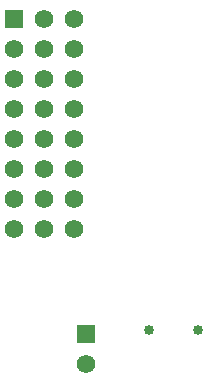
<source format=gbs>
%TF.GenerationSoftware,KiCad,Pcbnew,8.0.4*%
%TF.CreationDate,2024-09-05T11:54:57-04:00*%
%TF.ProjectId,ESP32-RC_R0,45535033-322d-4524-935f-52302e6b6963,0*%
%TF.SameCoordinates,Original*%
%TF.FileFunction,Soldermask,Bot*%
%TF.FilePolarity,Negative*%
%FSLAX46Y46*%
G04 Gerber Fmt 4.6, Leading zero omitted, Abs format (unit mm)*
G04 Created by KiCad (PCBNEW 8.0.4) date 2024-09-05 11:54:57*
%MOMM*%
%LPD*%
G01*
G04 APERTURE LIST*
G04 Aperture macros list*
%AMRoundRect*
0 Rectangle with rounded corners*
0 $1 Rounding radius*
0 $2 $3 $4 $5 $6 $7 $8 $9 X,Y pos of 4 corners*
0 Add a 4 corners polygon primitive as box body*
4,1,4,$2,$3,$4,$5,$6,$7,$8,$9,$2,$3,0*
0 Add four circle primitives for the rounded corners*
1,1,$1+$1,$2,$3*
1,1,$1+$1,$4,$5*
1,1,$1+$1,$6,$7*
1,1,$1+$1,$8,$9*
0 Add four rect primitives between the rounded corners*
20,1,$1+$1,$2,$3,$4,$5,0*
20,1,$1+$1,$4,$5,$6,$7,0*
20,1,$1+$1,$6,$7,$8,$9,0*
20,1,$1+$1,$8,$9,$2,$3,0*%
G04 Aperture macros list end*
%ADD10RoundRect,0.102000X-0.685000X0.685000X-0.685000X-0.685000X0.685000X-0.685000X0.685000X0.685000X0*%
%ADD11C,1.574000*%
%ADD12C,0.852400*%
G04 APERTURE END LIST*
D10*
%TO.C,J5*%
X122936000Y-110236000D03*
D11*
X122936000Y-112776000D03*
%TD*%
D12*
%TO.C,J8*%
X128227000Y-109914000D03*
X132377000Y-109914000D03*
%TD*%
D10*
%TO.C,J1*%
X116840000Y-83566000D03*
D11*
X119380000Y-83566000D03*
X121920000Y-83566000D03*
X116840000Y-86106000D03*
X119380000Y-86106000D03*
X121920000Y-86106000D03*
X116840000Y-88646000D03*
X119380000Y-88646000D03*
X121920000Y-88646000D03*
X116840000Y-91186000D03*
X119380000Y-91186000D03*
X121920000Y-91186000D03*
X116840000Y-93726000D03*
X119380000Y-93726000D03*
X121920000Y-93726000D03*
X116840000Y-96266000D03*
X119380000Y-96266000D03*
X121920000Y-96266000D03*
X116840000Y-98806000D03*
X119380000Y-98806000D03*
X121920000Y-98806000D03*
X116840000Y-101346000D03*
X119380000Y-101346000D03*
X121920000Y-101346000D03*
%TD*%
M02*

</source>
